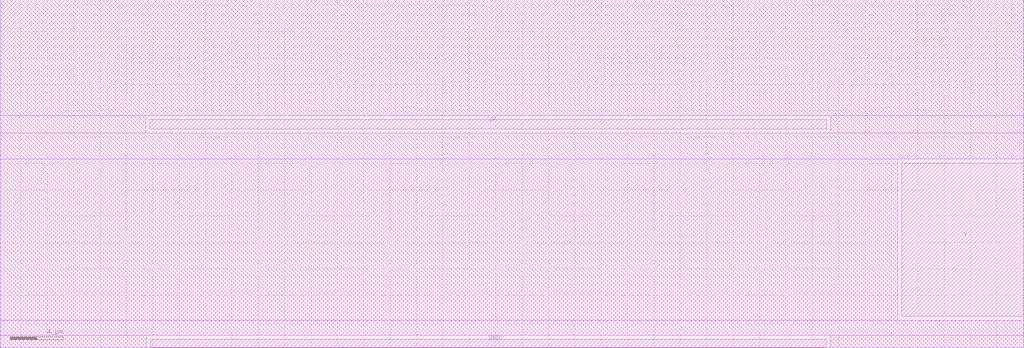
<source format=lef>
VERSION 5.7 ;
  NOWIREEXTENSIONATPIN ON ;
  DIVIDERCHAR "/" ;
  BUSBITCHARS "[]" ;
MACRO TopLevel_oscillator
  CLASS BLOCK ;
  FOREIGN TopLevel_oscillator ;
  ORIGIN 37.570 -18.005 ;
  SIZE 77.620 BY 26.425 ;
  PIN VP
    DIRECTION INOUT ;
    USE POWER ;
    PORT
      LAYER Metal1 ;
        RECT -26.220 34.620 25.115 35.320 ;
    END
  END VP
  PIN GND
    DIRECTION INOUT ;
    USE GROUND ;
    PORT
      LAYER Metal1 ;
        RECT -26.200 18.030 25.075 18.670 ;
    END
  END GND
  PIN Y
    DIRECTION OUTPUT ;
    USE SIGNAL ;
    PORT
      LAYER Metal1 ;
        RECT 30.775 20.380 40.025 32.040 ;
    END
  END Y
  OBS
      LAYER Metal1 ;
        RECT -37.570 35.620 40.050 44.430 ;
        RECT -37.570 34.320 -26.520 35.620 ;
        RECT 25.415 34.320 40.050 35.620 ;
        RECT -37.570 32.340 40.050 34.320 ;
        RECT -37.570 20.080 30.475 32.340 ;
        RECT -37.570 18.970 40.050 20.080 ;
        RECT -37.570 18.005 -26.500 18.970 ;
        RECT 25.375 18.005 40.050 18.970 ;
  END
END TopLevel_oscillator
END LIBRARY


</source>
